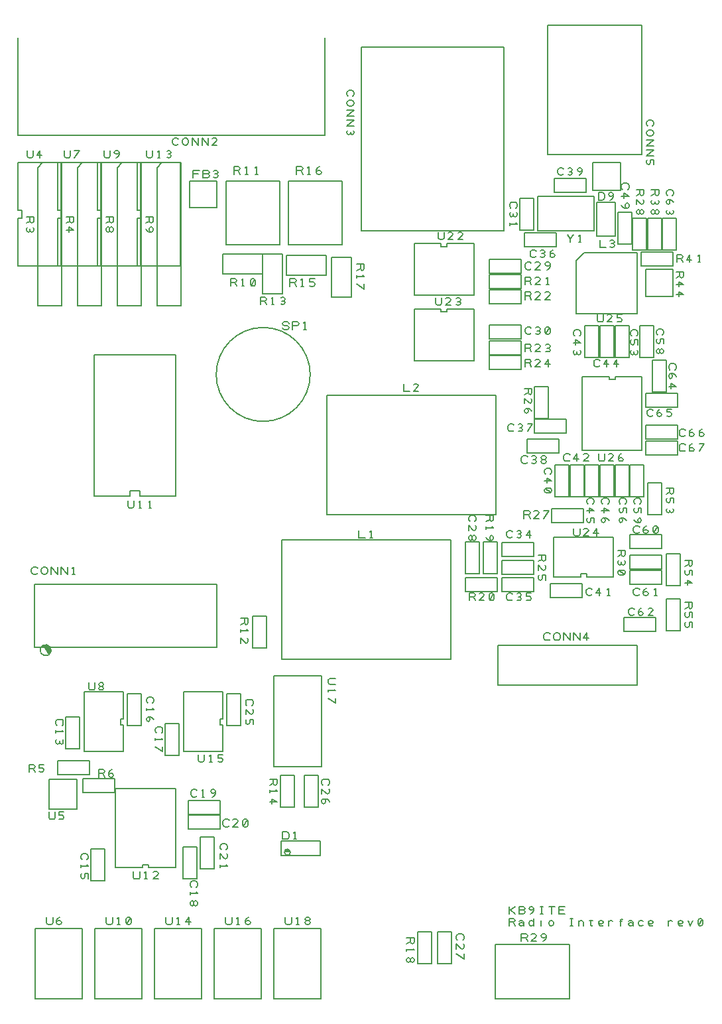
<source format=gbr>
G04 DesignSpark PCB Gerber Version 9.0 Build 5138 *
G04 #@! TF.Part,Single*
G04 #@! TF.FileFunction,Legend,Top *
G04 #@! TF.FilePolarity,Positive *
%FSLAX35Y35*%
%MOIN*%
%ADD10C,0.00500*%
X0Y0D02*
D02*
D10*
X35756Y519019D02*
X57646D01*
Y467129*
X35756*
Y491106*
X37725*
Y495043*
X35756*
Y519019*
X40139Y491824D02*
X43889D01*
Y489637*
X43576Y489011*
X42951Y488699*
X42326Y489011*
X42014Y489637*
Y491824*
Y489637D02*
X40139Y488699D01*
X40451Y486511D02*
X40139Y485887D01*
Y485261*
X40451Y484637*
X41076Y484324*
X41701Y484637*
X42014Y485261*
Y485887*
Y485261D02*
X42326Y484637D01*
X42951Y484324*
X43576Y484637*
X43889Y485261*
Y485887*
X43576Y486511*
X40451Y525261D02*
Y522449D01*
X40764Y521824*
X41389Y521511*
X42639*
X43264Y521824*
X43576Y522449*
Y525261*
X47014Y521511D02*
Y525261D01*
X45451Y522761*
X47951*
X41500Y212761D02*
Y216511D01*
X43687*
X44313Y216199*
X44625Y215574*
X44313Y214949*
X43687Y214637*
X41500*
X43687D02*
X44625Y212761D01*
X46500Y213074D02*
X47125Y212761D01*
X48063*
X48687Y213074*
X49000Y213699*
Y214011*
X48687Y214637*
X48063Y214949*
X46500*
Y216511*
X49000*
X45702Y312740D02*
X45389Y312428D01*
X44764Y312115*
X43827*
X43202Y312428*
X42889Y312740*
X42577Y313365*
Y314615*
X42889Y315240*
X43202Y315553*
X43827Y315865*
X44764*
X45389Y315553*
X45702Y315240*
X47577Y313365D02*
Y314615D01*
X47889Y315240*
X48202Y315553*
X48827Y315865*
X49452*
X50077Y315553*
X50389Y315240*
X50702Y314615*
Y313365*
X50389Y312740*
X50077Y312428*
X49452Y312115*
X48827*
X48202Y312428*
X47889Y312740*
X47577Y313365*
X52577Y312115D02*
Y315865D01*
X55702Y312115*
Y315865*
X57577Y312115D02*
Y315865D01*
X60702Y312115*
Y315865*
X63202Y312115D02*
X64452D01*
X63827D02*
Y315865D01*
X63202Y315240*
X44077Y307178D02*
X135827D01*
Y275428*
X44077*
Y307178*
X44606Y98710D02*
X68228D01*
Y134143*
X44606*
Y98710*
X48327Y276428D02*
G75*
G03X51327Y271678I1500J-2375D01*
G01*
G75*
G03X48327Y276428I-1500J2375*
G01*
G36*
G75*
G03X51327Y271678I1500J-2375*
G01*
G75*
G03X48327Y276428I-1500J2375*
G01*
G37*
X50245Y139913D02*
Y137101D01*
X50558Y136476*
X51183Y136163*
X52433*
X53058Y136476*
X53370Y137101*
Y139913*
X55245Y137101D02*
X55558Y137726D01*
X56183Y138039*
X56808*
X57433Y137726*
X57745Y137101*
X57433Y136476*
X56808Y136163*
X56183*
X55558Y136476*
X55245Y137101*
Y138039*
X55558Y138976*
X56183Y139601*
X56808Y139913*
X51500Y192761D02*
Y189949D01*
X51813Y189324*
X52437Y189011*
X53687*
X54313Y189324*
X54625Y189949*
Y192761*
X56500Y189324D02*
X57125Y189011D01*
X58063*
X58687Y189324*
X59000Y189949*
Y190261*
X58687Y190887*
X58063Y191199*
X56500*
Y192761*
X59000*
X55563Y236199D02*
X55250Y236511D01*
X54937Y237137*
Y238074*
X55250Y238699*
X55563Y239011*
X56187Y239324*
X57437*
X58063Y239011*
X58375Y238699*
X58687Y238074*
Y237137*
X58375Y236511*
X58063Y236199*
X54937Y233699D02*
Y232449D01*
Y233074D02*
X58687D01*
X58063Y233699*
X55250Y229011D02*
X54937Y228387D01*
Y227761*
X55250Y227137*
X55875Y226824*
X56500Y227137*
X56813Y227761*
Y228387*
Y227761D02*
X57125Y227137D01*
X57750Y226824*
X58375Y227137*
X58687Y227761*
Y228387*
X58375Y229011*
X55756Y519019D02*
X77646D01*
Y467129*
X55756*
Y491106*
X57725*
Y495043*
X55756*
Y519019*
X57701Y519074D02*
Y447074D01*
X45701*
Y516574*
X48201Y519074*
X57701*
X60139Y491824D02*
X63889D01*
Y489637*
X63576Y489011*
X62951Y488699*
X62326Y489011*
X62014Y489637*
Y491824*
Y489637D02*
X60139Y488699D01*
Y485261D02*
X63889D01*
X61389Y486824*
Y484324*
X59201Y525261D02*
Y522449D01*
X59514Y521824*
X60139Y521511*
X61389*
X62014Y521824*
X62326Y522449*
Y525261*
X64201Y521511D02*
X66701Y525261D01*
X64201*
X65500Y194074D02*
Y209074D01*
X51500*
Y194074*
X65400*
X68063Y168699D02*
X67750Y169011D01*
X67437Y169637*
Y170574*
X67750Y171199*
X68063Y171511*
X68687Y171824*
X69937*
X70563Y171511*
X70875Y171199*
X71187Y170574*
Y169637*
X70875Y169011*
X70563Y168699*
X67437Y166199D02*
Y164949D01*
Y165574D02*
X71187D01*
X70563Y166199*
X67750Y161824D02*
X67437Y161199D01*
Y160261*
X67750Y159637*
X68375Y159324*
X68687*
X69313Y159637*
X69625Y160261*
Y161824*
X71187*
Y159324*
X67000Y224574D02*
Y240574D01*
X60000*
Y224574*
X67000*
X68500Y202574D02*
X84500D01*
Y209574*
X68500*
Y202574*
X71500Y257761D02*
Y254949D01*
X71813Y254324*
X72437Y254011*
X73687*
X74313Y254324*
X74625Y254949*
Y257761*
X77437Y255887D02*
X78063D01*
X78687Y256199*
X79000Y256824*
X78687Y257449*
X78063Y257761*
X77437*
X76813Y257449*
X76500Y256824*
X76813Y256199*
X77437Y255887*
X76813Y255574*
X76500Y254949*
X76813Y254324*
X77437Y254011*
X78063*
X78687Y254324*
X79000Y254949*
X78687Y255574*
X78063Y255887*
X72000Y218574D02*
X56000D01*
Y211574*
X72000*
Y218574*
X74328Y351522D02*
Y422522D01*
X115328*
Y351522*
X97328*
Y354022*
X92328*
Y351522*
X74328*
X74606Y98710D02*
X98228D01*
Y134143*
X74606*
Y98710*
X75756Y519019D02*
X97646D01*
Y467129*
X75756*
Y491106*
X77725*
Y495043*
X75756*
Y519019*
X76500Y210261D02*
Y214011D01*
X78687*
X79313Y213699*
X79625Y213074*
X79313Y212449*
X78687Y212137*
X76500*
X78687D02*
X79625Y210261D01*
X81500Y211199D02*
X81813Y211824D01*
X82437Y212137*
X83063*
X83687Y211824*
X84000Y211199*
X83687Y210574*
X83063Y210261*
X82437*
X81813Y210574*
X81500Y211199*
Y212137*
X81813Y213074*
X82437Y213699*
X83063Y214011*
X77701Y519074D02*
Y447074D01*
X65701*
Y516574*
X68201Y519074*
X77701*
X80139Y491824D02*
X83889D01*
Y489637*
X83576Y489011*
X82951Y488699*
X82326Y489011*
X82014Y489637*
Y491824*
Y489637D02*
X80139Y488699D01*
X82014Y485887D02*
Y485261D01*
X82326Y484637*
X82951Y484324*
X83576Y484637*
X83889Y485261*
Y485887*
X83576Y486511*
X82951Y486824*
X82326Y486511*
X82014Y485887*
X81701Y486511*
X81076Y486824*
X80451Y486511*
X80139Y485887*
Y485261*
X80451Y484637*
X81076Y484324*
X81701Y484637*
X82014Y485261*
X79201Y525261D02*
Y522449D01*
X79514Y521824*
X80139Y521511*
X81389*
X82014Y521824*
X82326Y522449*
Y525261*
X85139Y521511D02*
X85764Y521824D01*
X86389Y522449*
X86701Y523387*
Y524324*
X86389Y524949*
X85764Y525261*
X85139*
X84514Y524949*
X84201Y524324*
X84514Y523699*
X85139Y523387*
X85764*
X86389Y523699*
X86701Y524324*
X79500Y158074D02*
Y174074D01*
X72500*
Y158074*
X79500*
X80245Y139913D02*
Y137101D01*
X80558Y136476*
X81183Y136163*
X82433*
X83058Y136476*
X83370Y137101*
Y139913*
X85870Y136163D02*
X87120D01*
X86495D02*
Y139913D01*
X85870Y139289*
X90558Y136476D02*
X91183Y136163D01*
X91808*
X92433Y136476*
X92745Y137101*
Y138976*
X92433Y139601*
X91808Y139913*
X91183*
X90558Y139601*
X90245Y138976*
Y137101*
X90558Y136476*
X92433Y139601*
X84744Y164712D02*
Y204436D01*
X115256*
Y164712*
X101476*
Y166188*
X98524*
Y164712*
X84744*
X88941Y223133D02*
X69059D01*
Y253015*
X88941*
Y239550*
X87465*
Y236598*
X88941*
Y223133*
X91078Y349210D02*
Y346398D01*
X91391Y345772*
X92016Y345460*
X93266*
X93891Y345772*
X94204Y346398*
Y349210*
X96704Y345460D02*
X97954D01*
X97328D02*
Y349210D01*
X96704Y348585*
X101704Y345460D02*
X102954D01*
X102328D02*
Y349210D01*
X101704Y348585*
X94000Y162761D02*
Y159949D01*
X94313Y159324*
X94937Y159011*
X96187*
X96813Y159324*
X97125Y159949*
Y162761*
X99625Y159011D02*
X100875D01*
X100250D02*
Y162761D01*
X99625Y162137*
X106500Y159011D02*
X104000D01*
X106187Y161199*
X106500Y161824*
X106187Y162449*
X105563Y162761*
X104625*
X104000Y162449*
X95756Y519019D02*
X117646D01*
Y467129*
X95756*
Y491106*
X97725*
Y495043*
X95756*
Y519019*
X97701Y519074D02*
Y447074D01*
X85701*
Y516574*
X88201Y519074*
X97701*
X98000Y236074D02*
Y252074D01*
X91000*
Y236074*
X98000*
X100139Y491824D02*
X103889D01*
Y489637*
X103576Y489011*
X102951Y488699*
X102326Y489011*
X102014Y489637*
Y491824*
Y489637D02*
X100139Y488699D01*
Y485887D02*
X100451Y485261D01*
X101076Y484637*
X102014Y484324*
X102951*
X103576Y484637*
X103889Y485261*
Y485887*
X103576Y486511*
X102951Y486824*
X102326Y486511*
X102014Y485887*
Y485261*
X102326Y484637*
X102951Y484324*
X101063Y247449D02*
X100750Y247761D01*
X100437Y248387*
Y249324*
X100750Y249949*
X101063Y250261*
X101687Y250574*
X102937*
X103563Y250261*
X103875Y249949*
X104187Y249324*
Y248387*
X103875Y247761*
X103563Y247449*
X100437Y244949D02*
Y243699D01*
Y244324D02*
X104187D01*
X103563Y244949*
X101375Y240574D02*
X102000Y240261D01*
X102313Y239637*
Y239011*
X102000Y238387*
X101375Y238074*
X100750Y238387*
X100437Y239011*
Y239637*
X100750Y240261*
X101375Y240574*
X102313*
X103250Y240261*
X103875Y239637*
X104187Y239011*
X100451Y525261D02*
Y522449D01*
X100764Y521824*
X101389Y521511*
X102639*
X103264Y521824*
X103576Y522449*
Y525261*
X106076Y521511D02*
X107326D01*
X106701D02*
Y525261D01*
X106076Y524637*
X110764Y521824D02*
X111389Y521511D01*
X112014*
X112639Y521824*
X112951Y522449*
X112639Y523074*
X112014Y523387*
X111389*
X112014D02*
X112639Y523699D01*
X112951Y524324*
X112639Y524949*
X112014Y525261*
X111389*
X110764Y524949*
X105563Y232449D02*
X105250Y232761D01*
X104937Y233387*
Y234324*
X105250Y234949*
X105563Y235261*
X106187Y235574*
X107437*
X108063Y235261*
X108375Y234949*
X108687Y234324*
Y233387*
X108375Y232761*
X108063Y232449*
X104937Y229949D02*
Y228699D01*
Y229324D02*
X108687D01*
X108063Y229949*
X104937Y225574D02*
X108687Y223074D01*
Y225574*
X104606Y98710D02*
X128228D01*
Y134143*
X104606*
Y98710*
X110245Y139913D02*
Y137101D01*
X110558Y136476*
X111183Y136163*
X112433*
X113058Y136476*
X113370Y137101*
Y139913*
X115870Y136163D02*
X117120D01*
X116495D02*
Y139913D01*
X115870Y139289*
X121808Y136163D02*
Y139913D01*
X120245Y137413*
X122745*
X116625Y528387D02*
X116313Y528074D01*
X115687Y527761*
X114750*
X114125Y528074*
X113813Y528387*
X113500Y529011*
Y530261*
X113813Y530887*
X114125Y531199*
X114750Y531511*
X115687*
X116313Y531199*
X116625Y530887*
X118500Y529011D02*
Y530261D01*
X118813Y530887*
X119125Y531199*
X119750Y531511*
X120375*
X121000Y531199*
X121313Y530887*
X121625Y530261*
Y529011*
X121313Y528387*
X121000Y528074*
X120375Y527761*
X119750*
X119125Y528074*
X118813Y528387*
X118500Y529011*
X123500Y527761D02*
Y531511D01*
X126625Y527761*
Y531511*
X128500Y527761D02*
Y531511D01*
X131625Y527761*
Y531511*
X136000Y527761D02*
X133500D01*
X135687Y529949*
X136000Y530574*
X135687Y531199*
X135063Y531511*
X134125*
X133500Y531199*
X117000Y221074D02*
Y237074D01*
X110000*
Y221074*
X117000*
X117701Y519074D02*
Y447074D01*
X105701*
Y516574*
X108201Y519074*
X117701*
X119000Y175074D02*
Y159074D01*
X126000*
Y175074*
X119000*
X123063Y154949D02*
X122750Y155261D01*
X122437Y155887*
Y156824*
X122750Y157449*
X123063Y157761*
X123687Y158074*
X124937*
X125563Y157761*
X125875Y157449*
X126187Y156824*
Y155887*
X125875Y155261*
X125563Y154949*
X122437Y152449D02*
Y151199D01*
Y151824D02*
X126187D01*
X125563Y152449*
X124313Y147137D02*
Y146511D01*
X124625Y145887*
X125250Y145574*
X125875Y145887*
X126187Y146511*
Y147137*
X125875Y147761*
X125250Y148074*
X124625Y147761*
X124313Y147137*
X124000Y147761*
X123375Y148074*
X122750Y147761*
X122437Y147137*
Y146511*
X122750Y145887*
X123375Y145574*
X124000Y145887*
X124313Y146511*
X121500Y184074D02*
X137500D01*
Y191074*
X121500*
Y184074*
Y191574D02*
X137500D01*
Y198574*
X121500*
Y191574*
X122209Y509767D02*
X135791D01*
Y496381*
X122209*
Y509767*
X125875Y200887D02*
X125563Y200574D01*
X124937Y200261*
X124000*
X123375Y200574*
X123063Y200887*
X122750Y201511*
Y202761*
X123063Y203387*
X123375Y203699*
X124000Y204011*
X124937*
X125563Y203699*
X125875Y203387*
X128375Y200261D02*
X129625D01*
X129000D02*
Y204011D01*
X128375Y203387*
X133687Y200261D02*
X134313Y200574D01*
X134937Y201199*
X135250Y202137*
Y203074*
X134937Y203699*
X134313Y204011*
X133687*
X133063Y203699*
X132750Y203074*
X133063Y202449*
X133687Y202137*
X134313*
X134937Y202449*
X135250Y203074*
X124000Y511511D02*
Y515261D01*
X127125*
X126500Y513387D02*
X124000D01*
X131187D02*
X131813Y513074D01*
X132125Y512449*
X131813Y511824*
X131187Y511511*
X129000*
Y515261*
X131187*
X131813Y514949*
X132125Y514324*
X131813Y513699*
X131187Y513387*
X129000*
X134313Y511824D02*
X134937Y511511D01*
X135563*
X136187Y511824*
X136500Y512449*
X136187Y513074*
X135563Y513387*
X134937*
X135563D02*
X136187Y513699D01*
X136500Y514324*
X136187Y514949*
X135563Y515261*
X134937*
X134313Y514949*
X126500Y221511D02*
Y218699D01*
X126813Y218074*
X127437Y217761*
X128687*
X129313Y218074*
X129625Y218699*
Y221511*
X132125Y217761D02*
X133375D01*
X132750D02*
Y221511D01*
X132125Y220887*
X136500Y218074D02*
X137125Y217761D01*
X138063*
X138687Y218074*
X139000Y218699*
Y219011*
X138687Y219637*
X138063Y219949*
X136500*
Y221511*
X139000*
X127500Y180074D02*
Y164074D01*
X134500*
Y180074*
X127500*
X134606Y98710D02*
X158228D01*
Y134143*
X134606*
Y98710*
X135561Y412639D02*
G75*
G03X182805I23622D01*
G01*
G75*
G03X135561I-23622*
G01*
X138063Y173699D02*
X137750Y174011D01*
X137437Y174637*
Y175574*
X137750Y176199*
X138063Y176511*
X138687Y176824*
X139937*
X140563Y176511*
X140875Y176199*
X141187Y175574*
Y174637*
X140875Y174011*
X140563Y173699*
X137437Y169324D02*
Y171824D01*
X139625Y169637*
X140250Y169324*
X140875Y169637*
X141187Y170261*
Y171199*
X140875Y171824*
X137437Y166199D02*
Y164949D01*
Y165574D02*
X141187D01*
X140563Y166199*
X138941Y223133D02*
X119059D01*
Y253015*
X138941*
Y239550*
X137465*
Y236598*
X138941*
Y223133*
X142125Y185887D02*
X141813Y185574D01*
X141187Y185261*
X140250*
X139625Y185574*
X139313Y185887*
X139000Y186511*
Y187761*
X139313Y188387*
X139625Y188699*
X140250Y189011*
X141187*
X141813Y188699*
X142125Y188387*
X146500Y185261D02*
X144000D01*
X146187Y187449*
X146500Y188074*
X146187Y188699*
X145563Y189011*
X144625*
X144000Y188699*
X149313Y185574D02*
X149937Y185261D01*
X150563*
X151187Y185574*
X151500Y186199*
Y188074*
X151187Y188699*
X150563Y189011*
X149937*
X149313Y188699*
X149000Y188074*
Y186199*
X149313Y185574*
X151187Y188699*
X140245Y139913D02*
Y137101D01*
X140558Y136476*
X141183Y136163*
X142433*
X143058Y136476*
X143370Y137101*
Y139913*
X145870Y136163D02*
X147120D01*
X146495D02*
Y139913D01*
X145870Y139289*
X150245Y137101D02*
X150558Y137726D01*
X151183Y138039*
X151808*
X152433Y137726*
X152745Y137101*
X152433Y136476*
X151808Y136163*
X151183*
X150558Y136476*
X150245Y137101*
Y138039*
X150558Y138976*
X151183Y139601*
X151808Y139913*
X140500Y477865D02*
X167500D01*
Y509865*
X140500*
Y477865*
X142750Y457011D02*
Y460761D01*
X144937*
X145563Y460449*
X145875Y459824*
X145563Y459199*
X144937Y458887*
X142750*
X144937D02*
X145875Y457011D01*
X148375D02*
X149625D01*
X149000D02*
Y460761D01*
X148375Y460137*
X153063Y457324D02*
X153687Y457011D01*
X154313*
X154937Y457324*
X155250Y457949*
Y459824*
X154937Y460449*
X154313Y460761*
X153687*
X153063Y460449*
X152750Y459824*
Y457949*
X153063Y457324*
X154937Y460449*
X144500Y513303D02*
Y517053D01*
X146687*
X147313Y516741*
X147625Y516115*
X147313Y515491*
X146687Y515178*
X144500*
X146687D02*
X147625Y513303D01*
X150125D02*
X151375D01*
X150750D02*
Y517053D01*
X150125Y516428*
X155125Y513303D02*
X156375D01*
X155750D02*
Y517053D01*
X155125Y516428*
X147852Y290055D02*
X151602D01*
Y287868*
X151289Y287243*
X150664Y286930*
X150039Y287243*
X149727Y287868*
Y290055*
Y287868D02*
X147852Y286930D01*
Y284430D02*
Y283180D01*
Y283805D02*
X151602D01*
X150977Y284430*
X147852Y277555D02*
Y280055D01*
X150039Y277868*
X150664Y277555*
X151289Y277868*
X151602Y278493*
Y279430*
X151289Y280055*
X147936Y236074D02*
Y252074D01*
X140936*
Y236074*
X147936*
X150998Y246199D02*
X150686Y246511D01*
X150373Y247137*
Y248074*
X150686Y248699*
X150998Y249011*
X151623Y249324*
X152873*
X153498Y249011*
X153811Y248699*
X154123Y248074*
Y247137*
X153811Y246511*
X153498Y246199*
X150373Y241824D02*
Y244324D01*
X152561Y242137*
X153186Y241824*
X153811Y242137*
X154123Y242761*
Y243699*
X153811Y244324*
X150686Y239324D02*
X150373Y238699D01*
Y237761*
X150686Y237137*
X151311Y236824*
X151623*
X152248Y237137*
X152561Y237761*
Y239324*
X154123*
Y236824*
X157750Y447761D02*
Y451511D01*
X159937*
X160563Y451199*
X160875Y450574*
X160563Y449949*
X159937Y449637*
X157750*
X159937D02*
X160875Y447761D01*
X163375D02*
X164625D01*
X164000D02*
Y451511D01*
X163375Y450887*
X168063Y448074D02*
X168687Y447761D01*
X169313*
X169937Y448074*
X170250Y448699*
X169937Y449324*
X169313Y449637*
X168687*
X169313D02*
X169937Y449949D01*
X170250Y450574*
X169937Y451199*
X169313Y451511*
X168687*
X168063Y451199*
X159000Y473074D02*
Y463074D01*
X139000*
Y473074*
X159000*
X169000*
Y453074*
X159000*
Y473074*
X160809Y275305D02*
Y291305D01*
X153809*
Y275305*
X160809*
X162437Y209324D02*
X166187D01*
Y207137*
X165875Y206511*
X165250Y206199*
X164625Y206511*
X164313Y207137*
Y209324*
Y207137D02*
X162437Y206199D01*
Y203699D02*
Y202449D01*
Y203074D02*
X166187D01*
X165563Y203699*
X162437Y197761D02*
X166187D01*
X163687Y199324*
Y196824*
X164606Y98710D02*
X188228D01*
Y134143*
X164606*
Y98710*
X168000Y211074D02*
Y195074D01*
X175000*
Y211074*
X168000*
X168181Y170976D02*
X187819D01*
Y178172*
X168181*
Y170976*
X169000Y179011D02*
Y182761D01*
X170875*
X171500Y182449*
X171813Y182137*
X172125Y181511*
Y180261*
X171813Y179637*
X171500Y179324*
X170875Y179011*
X169000*
X174625D02*
X175875D01*
X175250D02*
Y182761D01*
X174625Y182137*
X169000Y436199D02*
X169313Y435574D01*
X169937Y435261*
X171187*
X171813Y435574*
X172125Y436199*
X171813Y436824*
X171187Y437137*
X169937*
X169313Y437449*
X169000Y438074*
X169313Y438699*
X169937Y439011*
X171187*
X171813Y438699*
X172125Y438074*
X174000Y435261D02*
Y439011D01*
X176187*
X176813Y438699*
X177125Y438074*
X176813Y437449*
X176187Y437137*
X174000*
X179625Y435261D02*
X180875D01*
X180250D02*
Y439011D01*
X179625Y438387*
X169837Y172505D02*
G75*
G03X172896I1530D01*
G01*
G75*
G03X169837I-1530*
G01*
G36*
G75*
G03X172896I1530*
G01*
G75*
G03X169837I-1530*
G01*
G37*
X170245Y139913D02*
Y137101D01*
X170558Y136476*
X171183Y136163*
X172433*
X173058Y136476*
X173370Y137101*
Y139913*
X175870Y136163D02*
X177120D01*
X176495D02*
Y139913D01*
X175870Y139289*
X181183Y138039D02*
X181808D01*
X182433Y138351*
X182745Y138976*
X182433Y139601*
X181808Y139913*
X181183*
X180558Y139601*
X180245Y138976*
X180558Y138351*
X181183Y138039*
X180558Y137726*
X180245Y137101*
X180558Y136476*
X181183Y136163*
X181808*
X182433Y136476*
X182745Y137101*
X182433Y137726*
X181808Y138039*
X171925Y477865D02*
X198925D01*
Y509865*
X171925*
Y477865*
X172680Y456920D02*
Y460670D01*
X174868*
X175493Y460357*
X175806Y459732*
X175493Y459107*
X174868Y458795*
X172680*
X174868D02*
X175806Y456920D01*
X178306D02*
X179556D01*
X178930D02*
Y460670D01*
X178306Y460045*
X182680Y457232D02*
X183306Y456920D01*
X184243*
X184868Y457232*
X185180Y457857*
Y458170*
X184868Y458795*
X184243Y459107*
X182680*
Y460670*
X185180*
X175925Y513303D02*
Y517053D01*
X178112*
X178737Y516741*
X179050Y516115*
X178737Y515491*
X178112Y515178*
X175925*
X178112D02*
X179050Y513303D01*
X181550D02*
X182800D01*
X182175D02*
Y517053D01*
X181550Y516428*
X185925Y514241D02*
X186237Y514865D01*
X186862Y515178*
X187487*
X188112Y514865*
X188425Y514241*
X188112Y513615*
X187487Y513303*
X186862*
X186237Y513615*
X185925Y514241*
Y515178*
X186237Y516115*
X186862Y516741*
X187487Y517053*
X180000Y211074D02*
Y195074D01*
X187000*
Y211074*
X180000*
X189313Y206199D02*
X189000Y206511D01*
X188687Y207137*
Y208074*
X189000Y208699*
X189313Y209011*
X189937Y209324*
X191187*
X191813Y209011*
X192125Y208699*
X192437Y208074*
Y207137*
X192125Y206511*
X191813Y206199*
X188687Y201824D02*
Y204324D01*
X190875Y202137*
X191500Y201824*
X192125Y202137*
X192437Y202761*
Y203699*
X192125Y204324*
X189625Y199324D02*
X190250Y199011D01*
X190563Y198387*
Y197761*
X190250Y197137*
X189625Y196824*
X189000Y197137*
X188687Y197761*
Y198387*
X189000Y199011*
X189625Y199324*
X190563*
X191500Y199011*
X192125Y198387*
X192437Y197761*
X188370Y261192D02*
Y215353D01*
X164404*
Y260969*
X164627Y261192*
X188370*
X190272Y581936D02*
Y532724D01*
X35941*
Y581936*
X195556Y259942D02*
X192744D01*
X192119Y259630*
X191806Y259005*
Y257755*
X192119Y257130*
X192744Y256817*
X195556*
X191806Y254317D02*
Y253067D01*
Y253692D02*
X195556D01*
X194931Y254317*
X191806Y249942D02*
X195556Y247442D01*
Y249942*
X190930Y472482D02*
Y462482D01*
X170930*
Y472482*
X190930*
X193546Y471368D02*
X203546D01*
Y451368*
X193546*
Y471368*
X201813Y552449D02*
X201500Y552761D01*
X201187Y553387*
Y554324*
X201500Y554949*
X201813Y555261*
X202437Y555574*
X203687*
X204313Y555261*
X204625Y554949*
X204937Y554324*
Y553387*
X204625Y552761*
X204313Y552449*
X202437Y550574D02*
X203687D01*
X204313Y550261*
X204625Y549949*
X204937Y549324*
Y548699*
X204625Y548074*
X204313Y547761*
X203687Y547449*
X202437*
X201813Y547761*
X201500Y548074*
X201187Y548699*
Y549324*
X201500Y549949*
X201813Y550261*
X202437Y550574*
X201187Y545574D02*
X204937D01*
X201187Y542449*
X204937*
X201187Y540574D02*
X204937D01*
X201187Y537449*
X204937*
X201500Y535261D02*
X201187Y534637D01*
Y534011*
X201500Y533387*
X202125Y533074*
X202750Y533387*
X203063Y534011*
Y534637*
Y534011D02*
X203375Y533387D01*
X204000Y533074*
X204625Y533387*
X204937Y534011*
Y534637*
X204625Y535261*
X206187Y468074D02*
X209937D01*
Y465887*
X209625Y465261*
X209000Y464949*
X208375Y465261*
X208063Y465887*
Y468074*
Y465887D02*
X206187Y464949D01*
Y462449D02*
Y461199D01*
Y461824D02*
X209937D01*
X209313Y462449*
X206187Y458074D02*
X209937Y455574D01*
Y458074*
X207304Y334245D02*
Y330495D01*
X210429*
X212929D02*
X214179D01*
X213554D02*
Y334245D01*
X212929Y333620*
X229797Y407972D02*
Y404222D01*
X232922*
X237297D02*
X234797D01*
X236984Y406410*
X237297Y407035*
X236984Y407660*
X236359Y407972*
X235422*
X234797Y407660*
X231342Y129605D02*
X235092D01*
Y127418*
X234780Y126793*
X234154Y126480*
X233530Y126793*
X233217Y127418*
Y129605*
Y127418D02*
X231342Y126480D01*
Y123980D02*
Y122730D01*
Y123355D02*
X235092D01*
X234467Y123980*
X233217Y118668D02*
Y118043D01*
X233530Y117418*
X234154Y117105*
X234780Y117418*
X235092Y118043*
Y118668*
X234780Y119293*
X234154Y119605*
X233530Y119293*
X233217Y118668*
X232904Y119293*
X232280Y119605*
X231654Y119293*
X231342Y118668*
Y118043*
X231654Y117418*
X232280Y117105*
X232904Y117418*
X233217Y118043*
X243904Y116605D02*
Y132605D01*
X236904*
Y116605*
X243904*
X245880Y451185D02*
Y448373D01*
X246193Y447748*
X246817Y447435*
X248067*
X248693Y447748*
X249005Y448373*
Y451185*
X253380Y447435D02*
X250880D01*
X253067Y449623*
X253380Y450248*
X253067Y450873*
X252443Y451185*
X251505*
X250880Y450873*
X256193Y447748D02*
X256817Y447435D01*
X257443*
X258067Y447748*
X258380Y448373*
X258067Y448998*
X257443Y449310*
X256817*
X257443D02*
X258067Y449623D01*
X258380Y450248*
X258067Y450873*
X257443Y451185*
X256817*
X256193Y450873*
X246904Y132605D02*
Y116605D01*
X253904*
Y132605*
X246904*
X247130Y484133D02*
Y481321D01*
X247443Y480696*
X248067Y480383*
X249317*
X249943Y480696*
X250255Y481321*
Y484133*
X254630Y480383D02*
X252130D01*
X254317Y482571*
X254630Y483196*
X254317Y483821*
X253693Y484133*
X252755*
X252130Y483821*
X259630Y480383D02*
X257130D01*
X259317Y482571*
X259630Y483196*
X259317Y483821*
X258693Y484133*
X257755*
X257130Y483821*
X253554Y269558D02*
Y329558D01*
X168554*
Y269558*
X253554*
X256967Y128353D02*
X256654Y128665D01*
X256342Y129291*
Y130228*
X256654Y130853*
X256967Y131165*
X257592Y131478*
X258842*
X259467Y131165*
X259780Y130853*
X260092Y130228*
Y129291*
X259780Y128665*
X259467Y128353*
X256342Y123978D02*
Y126478D01*
X258530Y124291*
X259154Y123978*
X259780Y124291*
X260092Y124915*
Y125853*
X259780Y126478*
X256342Y121478D02*
X260092Y118978D01*
Y121478*
X261002Y328574D02*
Y312574D01*
X268002*
Y328574*
X261002*
X263064Y338699D02*
X262752Y339011D01*
X262439Y339637*
Y340574*
X262752Y341199*
X263064Y341511*
X263689Y341824*
X264939*
X265564Y341511*
X265877Y341199*
X266189Y340574*
Y339637*
X265877Y339011*
X265564Y338699*
X262439Y334324D02*
Y336824D01*
X264627Y334637*
X265252Y334324*
X265877Y334637*
X266189Y335261*
Y336199*
X265877Y336824*
X264314Y330887D02*
Y330261D01*
X264627Y329637*
X265252Y329324*
X265877Y329637*
X266189Y330261*
Y330887*
X265877Y331511*
X265252Y331824*
X264627Y331511*
X264314Y330887*
X264002Y331511*
X263377Y331824*
X262752Y331511*
X262439Y330887*
Y330261*
X262752Y329637*
X263377Y329324*
X264002Y329637*
X264314Y330261*
X262752Y299011D02*
Y302761D01*
X264939*
X265564Y302449*
X265877Y301824*
X265564Y301199*
X264939Y300887*
X262752*
X264939D02*
X265877Y299011D01*
X270252D02*
X267752D01*
X269939Y301199*
X270252Y301824*
X269939Y302449*
X269314Y302761*
X268377*
X267752Y302449*
X273064Y299324D02*
X273689Y299011D01*
X274314*
X274939Y299324*
X275252Y299949*
Y301824*
X274939Y302449*
X274314Y302761*
X273689*
X273064Y302449*
X272752Y301824*
Y299949*
X273064Y299324*
X274939Y302449*
X265164Y445513D02*
Y419470D01*
X235085*
Y445513*
X248648*
Y444037*
X251601*
Y445513*
X265164*
Y478461D02*
Y452418D01*
X235085*
Y478461*
X248648*
Y476985*
X251601*
Y478461*
X265164*
X270002Y328574D02*
Y312574D01*
X277002*
Y328574*
X270002*
X271189Y341824D02*
X274939D01*
Y339637*
X274627Y339011*
X274002Y338699*
X273377Y339011*
X273064Y339637*
Y341824*
Y339637D02*
X271189Y338699D01*
Y336199D02*
Y334949D01*
Y335574D02*
X274939D01*
X274314Y336199*
X271189Y330887D02*
X271502Y330261D01*
X272127Y329637*
X273064Y329324*
X274002*
X274627Y329637*
X274939Y330261*
Y330887*
X274627Y331511*
X274002Y331824*
X273377Y331511*
X273064Y330887*
Y330261*
X273377Y329637*
X274002Y329324*
X275907Y98675D02*
X313309D01*
Y126234*
X275907*
Y98675*
X276047Y342035D02*
Y402035D01*
X191047*
Y342035*
X276047*
X277002Y310574D02*
X261002D01*
Y303574*
X277002*
Y310574*
X280222Y484757D02*
Y577277D01*
X208371*
Y484757*
X280222*
X284627Y299637D02*
X284314Y299324D01*
X283689Y299011*
X282752*
X282127Y299324*
X281814Y299637*
X281502Y300261*
Y301511*
X281814Y302137*
X282127Y302449*
X282752Y302761*
X283689*
X284314Y302449*
X284627Y302137*
X286814Y299324D02*
X287439Y299011D01*
X288064*
X288689Y299324*
X289002Y299949*
X288689Y300574*
X288064Y300887*
X287439*
X288064D02*
X288689Y301199D01*
X289002Y301824*
X288689Y302449*
X288064Y302761*
X287439*
X286814Y302449*
X291502Y299324D02*
X292127Y299011D01*
X293064*
X293689Y299324*
X294002Y299949*
Y300261*
X293689Y300887*
X293064Y301199*
X291502*
Y302761*
X294002*
X284627Y331137D02*
X284314Y330824D01*
X283689Y330511*
X282752*
X282127Y330824*
X281814Y331137*
X281502Y331761*
Y333011*
X281814Y333637*
X282127Y333949*
X282752Y334261*
X283689*
X284314Y333949*
X284627Y333637*
X286814Y330824D02*
X287439Y330511D01*
X288064*
X288689Y330824*
X289002Y331449*
X288689Y332074*
X288064Y332387*
X287439*
X288064D02*
X288689Y332699D01*
X289002Y333324*
X288689Y333949*
X288064Y334261*
X287439*
X286814Y333949*
X293064Y330511D02*
Y334261D01*
X291502Y331761*
X294002*
X285255Y384637D02*
X284943Y384324D01*
X284317Y384011*
X283380*
X282755Y384324*
X282443Y384637*
X282130Y385261*
Y386511*
X282443Y387137*
X282755Y387449*
X283380Y387761*
X284317*
X284943Y387449*
X285255Y387137*
X287443Y384324D02*
X288067Y384011D01*
X288693*
X289317Y384324*
X289630Y384949*
X289317Y385574*
X288693Y385887*
X288067*
X288693D02*
X289317Y386199D01*
X289630Y386824*
X289317Y387449*
X288693Y387761*
X288067*
X287443Y387449*
X292130Y384011D02*
X294630Y387761D01*
X292130*
X283693Y496199D02*
X283380Y496511D01*
X283067Y497137*
Y498074*
X283380Y498699*
X283693Y499011*
X284317Y499324*
X285567*
X286193Y499011*
X286505Y498699*
X286817Y498074*
Y497137*
X286505Y496511*
X286193Y496199*
X283380Y494011D02*
X283067Y493387D01*
Y492761*
X283380Y492137*
X284005Y491824*
X284630Y492137*
X284943Y492761*
Y493387*
Y492761D02*
X285255Y492137D01*
X285880Y491824*
X286505Y492137*
X286817Y492761*
Y493387*
X286505Y494011*
X283067Y488699D02*
Y487449D01*
Y488074D02*
X286817D01*
X286193Y488699*
X282750Y141511D02*
Y145261D01*
Y143387D02*
X283687D01*
X285875Y145261*
X283687Y143387D02*
X285875Y141511D01*
X289937Y143387D02*
X290563Y143074D01*
X290875Y142449*
X290563Y141824*
X289937Y141511*
X287750*
Y145261*
X289937*
X290563Y144949*
X290875Y144324*
X290563Y143699*
X289937Y143387*
X287750*
X293687Y141511D02*
X294313Y141824D01*
X294937Y142449*
X295250Y143387*
Y144324*
X294937Y144949*
X294313Y145261*
X293687*
X293063Y144949*
X292750Y144324*
X293063Y143699*
X293687Y143387*
X294313*
X294937Y143699*
X295250Y144324*
X298687Y141511D02*
X299937D01*
X299313D02*
Y145261D01*
X298687D02*
X299937D01*
X304313Y141511D02*
Y145261D01*
X302750D02*
X305875D01*
X307750Y141511D02*
Y145261D01*
X310875*
X310250Y143387D02*
X307750D01*
Y141511D02*
X310875D01*
X282750Y135511D02*
Y139261D01*
X284937*
X285563Y138949*
X285875Y138324*
X285563Y137699*
X284937Y137387*
X282750*
X284937D02*
X285875Y135511D01*
X287750Y137699D02*
X288375Y138011D01*
X289313*
X289937Y137699*
X290250Y137074*
Y136137*
X289937Y135824*
X289313Y135511*
X288687*
X288063Y135824*
X287750Y136137*
Y136449*
X288063Y136761*
X288687Y137074*
X289313*
X289937Y136761*
X290250Y136449*
Y136137D02*
Y135511D01*
X295250Y137074D02*
X294937Y137699D01*
X294313Y138011*
X293687*
X293063Y137699*
X292750Y137074*
Y136449*
X293063Y135824*
X293687Y135511*
X294313*
X294937Y135824*
X295250Y136449*
Y135511D02*
Y139261D01*
X299000Y135511D02*
Y138011D01*
Y138949D02*
X302750Y136449*
X303063Y135824D01*
X303687Y135511*
X304313*
X304937Y135824*
X305250Y136449*
Y137074*
X304937Y137699*
X304313Y138011*
X303687*
X303063Y137699*
X302750Y137074*
Y136449*
X313687Y135511D02*
X314937D01*
X314313D02*
Y139261D01*
X313687D02*
X314937D01*
X317750Y135511D02*
Y138011D01*
Y137074D02*
X318063Y137699D01*
X318687Y138011*
X319313*
X319937Y137699*
X320250Y137074*
Y135511*
X323271Y138011D02*
X324729D01*
X324000Y138637D02*
Y135824D01*
X324313Y135511*
X324625*
X324937Y135824*
X330250D02*
X329937Y135511D01*
X329313*
X328687*
X328063Y135824*
X327750Y136449*
Y137387*
X328063Y137699*
X328687Y138011*
X329313*
X329937Y137699*
X330250Y137387*
Y137074*
X329937Y136761*
X329313Y136449*
X328687*
X328063Y136761*
X327750Y137074*
X332750Y135511D02*
Y138011D01*
Y137074D02*
X333063Y137699D01*
X333687Y138011*
X334313*
X334937Y137699*
X339000Y135511D02*
Y138637D01*
X339313Y138949*
X339625*
X339937Y138637*
X338375Y137699D02*
X339625D01*
X342750D02*
X343375Y138011D01*
X344313*
X344937Y137699*
X345250Y137074*
Y136137*
X344937Y135824*
X344313Y135511*
X343687*
X343063Y135824*
X342750Y136137*
Y136449*
X343063Y136761*
X343687Y137074*
X344313*
X344937Y136761*
X345250Y136449*
Y136137D02*
Y135511D01*
X350250Y137699D02*
X349625Y138011D01*
X348687*
X348063Y137699*
X347750Y137074*
Y136449*
X348063Y135824*
X348687Y135511*
X349625*
X350250Y135824*
X355250D02*
X354937Y135511D01*
X354313*
X353687*
X353063Y135824*
X352750Y136449*
Y137387*
X353063Y137699*
X353687Y138011*
X354313*
X354937Y137699*
X355250Y137387*
Y137074*
X354937Y136761*
X354313Y136449*
X353687*
X353063Y136761*
X352750Y137074*
X362750Y135511D02*
Y138011D01*
Y137074D02*
X363063Y137699D01*
X363687Y138011*
X364313*
X364937Y137699*
X370250Y135824D02*
X369937Y135511D01*
X369313*
X368687*
X368063Y135824*
X367750Y136449*
Y137387*
X368063Y137699*
X368687Y138011*
X369313*
X369937Y137699*
X370250Y137387*
Y137074*
X369937Y136761*
X369313Y136449*
X368687*
X368063Y136761*
X367750Y137074*
X372750Y138011D02*
X374000Y135511D01*
X375250Y138011*
X378063Y135824D02*
X378687Y135511D01*
X379313*
X379937Y135824*
X380250Y136449*
Y138324*
X379937Y138949*
X379313Y139261*
X378687*
X378063Y138949*
X377750Y138324*
Y136449*
X378063Y135824*
X379937Y138949*
X288761Y455198D02*
X272761D01*
Y448198*
X288761*
Y455198*
Y462810D02*
X272761D01*
Y455810*
X288761*
Y462810*
X288780Y422263D02*
X272780D01*
Y415263*
X288780*
Y422263*
Y429627D02*
X272780D01*
Y422627*
X288780*
Y429627*
X288880Y437574D02*
X272880D01*
Y430574*
X288880*
Y437574*
Y470574D02*
X272880D01*
Y463574*
X288880*
Y470574*
X289000Y127761D02*
Y131511D01*
X291187*
X291813Y131199*
X292125Y130574*
X291813Y129949*
X291187Y129637*
X289000*
X291187D02*
X292125Y127761D01*
X296500D02*
X294000D01*
X296187Y129949*
X296500Y130574*
X296187Y131199*
X295563Y131511*
X294625*
X294000Y131199*
X299937Y127761D02*
X300563Y128074D01*
X301187Y128699*
X301500Y129637*
Y130574*
X301187Y131199*
X300563Y131511*
X299937*
X299313Y131199*
X299000Y130574*
X299313Y129949*
X299937Y129637*
X300563*
X301187Y129949*
X301500Y130574*
X292125Y368591D02*
X291813Y368279D01*
X291187Y367966*
X290250*
X289625Y368279*
X289313Y368591*
X289000Y369216*
Y370466*
X289313Y371091*
X289625Y371404*
X290250Y371716*
X291187*
X291813Y371404*
X292125Y371091*
X294313Y368279D02*
X294937Y367966D01*
X295563*
X296187Y368279*
X296500Y368904*
X296187Y369529*
X295563Y369841*
X294937*
X295563D02*
X296187Y370154D01*
X296500Y370779*
X296187Y371404*
X295563Y371716*
X294937*
X294313Y371404*
X299937Y369841D02*
X300563D01*
X301187Y370154*
X301500Y370779*
X301187Y371404*
X300563Y371716*
X299937*
X299313Y371404*
X299000Y370779*
X299313Y370154*
X299937Y369841*
X299313Y369529*
X299000Y368904*
X299313Y368279*
X299937Y367966*
X300563*
X301187Y368279*
X301500Y368904*
X301187Y369529*
X300563Y369841*
X290567Y405574D02*
X294317D01*
Y403387*
X294005Y402761*
X293380Y402449*
X292755Y402761*
X292443Y403387*
Y405574*
Y403387D02*
X290567Y402449D01*
Y398074D02*
Y400574D01*
X292755Y398387*
X293380Y398074*
X294005Y398387*
X294317Y399011*
Y399949*
X294005Y400574*
X291505Y395574D02*
X292130Y395261D01*
X292443Y394637*
Y394011*
X292130Y393387*
X291505Y393074*
X290880Y393387*
X290567Y394011*
Y394637*
X290880Y395261*
X291505Y395574*
X292443*
X293380Y395261*
X294005Y394637*
X294317Y394011*
X290250Y340261D02*
Y344011D01*
X292437*
X293063Y343699*
X293375Y343074*
X293063Y342449*
X292437Y342137*
X290250*
X292437D02*
X293375Y340261D01*
X297750D02*
X295250D01*
X297437Y342449*
X297750Y343074*
X297437Y343699*
X296813Y344011*
X295875*
X295250Y343699*
X300250Y340261D02*
X302750Y344011D01*
X300250*
X290676Y476670D02*
X306676D01*
Y483670*
X290676*
Y476670*
X290880Y416511D02*
Y420261D01*
X293067*
X293693Y419949*
X294005Y419324*
X293693Y418699*
X293067Y418387*
X290880*
X293067D02*
X294005Y416511D01*
X298380D02*
X295880D01*
X298067Y418699*
X298380Y419324*
X298067Y419949*
X297443Y420261*
X296505*
X295880Y419949*
X302443Y416511D02*
Y420261D01*
X300880Y417761*
X303380*
X290880Y424011D02*
Y427761D01*
X293067*
X293693Y427449*
X294005Y426824*
X293693Y426199*
X293067Y425887*
X290880*
X293067D02*
X294005Y424011D01*
X298380D02*
X295880D01*
X298067Y426199*
X298380Y426824*
X298067Y427449*
X297443Y427761*
X296505*
X295880Y427449*
X301193Y424324D02*
X301817Y424011D01*
X302443*
X303067Y424324*
X303380Y424949*
X303067Y425574*
X302443Y425887*
X301817*
X302443D02*
X303067Y426199D01*
X303380Y426824*
X303067Y427449*
X302443Y427761*
X301817*
X301193Y427449*
X294005Y433387D02*
X293693Y433074D01*
X293067Y432761*
X292130*
X291505Y433074*
X291193Y433387*
X290880Y434011*
Y435261*
X291193Y435887*
X291505Y436199*
X292130Y436511*
X293067*
X293693Y436199*
X294005Y435887*
X296193Y433074D02*
X296817Y432761D01*
X297443*
X298067Y433074*
X298380Y433699*
X298067Y434324*
X297443Y434637*
X296817*
X297443D02*
X298067Y434949D01*
X298380Y435574*
X298067Y436199*
X297443Y436511*
X296817*
X296193Y436199*
X301193Y433074D02*
X301817Y432761D01*
X302443*
X303067Y433074*
X303380Y433699*
Y435574*
X303067Y436199*
X302443Y436511*
X301817*
X301193Y436199*
X300880Y435574*
Y433699*
X301193Y433074*
X303067Y436199*
X290880Y450261D02*
Y454011D01*
X293067*
X293693Y453699*
X294005Y453074*
X293693Y452449*
X293067Y452137*
X290880*
X293067D02*
X294005Y450261D01*
X298380D02*
X295880D01*
X298067Y452449*
X298380Y453074*
X298067Y453699*
X297443Y454011*
X296505*
X295880Y453699*
X303380Y450261D02*
X300880D01*
X303067Y452449*
X303380Y453074*
X303067Y453699*
X302443Y454011*
X301505*
X300880Y453699*
X290880Y457761D02*
Y461511D01*
X293067*
X293693Y461199*
X294005Y460574*
X293693Y459949*
X293067Y459637*
X290880*
X293067D02*
X294005Y457761D01*
X298380D02*
X295880D01*
X298067Y459949*
X298380Y460574*
X298067Y461199*
X297443Y461511*
X296505*
X295880Y461199*
X301505Y457761D02*
X302755D01*
X302130D02*
Y461511D01*
X301505Y460887*
X294005Y465887D02*
X293693Y465574D01*
X293067Y465261*
X292130*
X291505Y465574*
X291193Y465887*
X290880Y466511*
Y467761*
X291193Y468387*
X291505Y468699*
X292130Y469011*
X293067*
X293693Y468699*
X294005Y468387*
X298380Y465261D02*
X295880D01*
X298067Y467449*
X298380Y468074*
X298067Y468699*
X297443Y469011*
X296505*
X295880Y468699*
X301817Y465261D02*
X302443Y465574D01*
X303067Y466199*
X303380Y467137*
Y468074*
X303067Y468699*
X302443Y469011*
X301817*
X301193Y468699*
X300880Y468074*
X301193Y467449*
X301817Y467137*
X302443*
X303067Y467449*
X303380Y468074*
X291880Y373074D02*
X307880D01*
Y380074*
X291880*
Y373074*
X296505Y472137D02*
X296193Y471824D01*
X295567Y471511*
X294630*
X294005Y471824*
X293693Y472137*
X293380Y472761*
Y474011*
X293693Y474637*
X294005Y474949*
X294630Y475261*
X295567*
X296193Y474949*
X296505Y474637*
X298693Y471824D02*
X299317Y471511D01*
X299943*
X300567Y471824*
X300880Y472449*
X300567Y473074*
X299943Y473387*
X299317*
X299943D02*
X300567Y473699D01*
X300880Y474324*
X300567Y474949*
X299943Y475261*
X299317*
X298693Y474949*
X303380Y472449D02*
X303693Y473074D01*
X304317Y473387*
X304943*
X305567Y473074*
X305880Y472449*
X305567Y471824*
X304943Y471511*
X304317*
X303693Y471824*
X303380Y472449*
Y473387*
X303693Y474324*
X304317Y474949*
X304943Y475261*
X295252Y310574D02*
X279252D01*
Y303574*
X295252*
Y310574*
Y319324D02*
X279252D01*
Y312324*
X295252*
Y319324*
Y328074D02*
X279252D01*
Y321074*
X295252*
Y328074*
X295312Y485274D02*
Y501274D01*
X288312*
Y485274*
X295312*
X295380Y383324D02*
X311380D01*
Y390324*
X295380*
Y383324*
X297439Y321824D02*
X301189D01*
Y319637*
X300877Y319011*
X300252Y318699*
X299627Y319011*
X299314Y319637*
Y321824*
Y319637D02*
X297439Y318699D01*
Y314324D02*
Y316824D01*
X299627Y314637*
X300252Y314324*
X300877Y314637*
X301189Y315261*
Y316199*
X300877Y316824*
X297752Y311824D02*
X297439Y311199D01*
Y310261*
X297752Y309637*
X298377Y309324*
X298689*
X299314Y309637*
X299627Y310261*
Y311824*
X301189*
Y309324*
X297233Y502060D02*
X325579D01*
Y484737*
X297233*
Y502060*
X301193Y362449D02*
X300880Y362761D01*
X300567Y363387*
Y364324*
X300880Y364949*
X301193Y365261*
X301817Y365574*
X303067*
X303693Y365261*
X304005Y364949*
X304317Y364324*
Y363387*
X304005Y362761*
X303693Y362449*
X300567Y359011D02*
X304317D01*
X301817Y360574*
Y358074*
X300880Y355261D02*
X300567Y354637D01*
Y354011*
X300880Y353387*
X301505Y353074*
X303380*
X304005Y353387*
X304317Y354011*
Y354637*
X304005Y355261*
X303380Y355574*
X301505*
X300880Y355261*
X304005Y353387*
X303375Y279637D02*
X303063Y279324D01*
X302437Y279011*
X301500*
X300875Y279324*
X300563Y279637*
X300250Y280261*
Y281511*
X300563Y282137*
X300875Y282449*
X301500Y282761*
X302437*
X303063Y282449*
X303375Y282137*
X305250Y280261D02*
Y281511D01*
X305563Y282137*
X305875Y282449*
X306500Y282761*
X307125*
X307750Y282449*
X308063Y282137*
X308375Y281511*
Y280261*
X308063Y279637*
X307750Y279324*
X307125Y279011*
X306500*
X305875Y279324*
X305563Y279637*
X305250Y280261*
X310250Y279011D02*
Y282761D01*
X313375Y279011*
Y282761*
X315250Y279011D02*
Y282761D01*
X318375Y279011*
Y282761*
X321813Y279011D02*
Y282761D01*
X320250Y280261*
X322750*
X302380Y390574D02*
Y406574D01*
X295380*
Y390574*
X302380*
X303502Y300574D02*
X319502D01*
Y307574*
X303502*
Y300574*
X305311Y310883D02*
Y330765D01*
X335193*
Y310883*
X321728*
Y312359*
X318775*
Y310883*
X305311*
X305380Y504126D02*
X321380D01*
Y511126*
X305380*
Y504126*
X310255Y513387D02*
X309943Y513074D01*
X309317Y512761*
X308380*
X307755Y513074*
X307443Y513387*
X307130Y514011*
Y515261*
X307443Y515887*
X307755Y516199*
X308380Y516511*
X309317*
X309943Y516199*
X310255Y515887*
X312443Y513074D02*
X313067Y512761D01*
X313693*
X314317Y513074*
X314630Y513699*
X314317Y514324*
X313693Y514637*
X313067*
X313693D02*
X314317Y514949D01*
X314630Y515574*
X314317Y516199*
X313693Y516511*
X313067*
X312443Y516199*
X318067Y512761D02*
X318693Y513074D01*
X319317Y513699*
X319630Y514637*
Y515574*
X319317Y516199*
X318693Y516511*
X318067*
X317443Y516199*
X317130Y515574*
X317443Y514949*
X318067Y514637*
X318693*
X319317Y514949*
X319630Y515574*
X313375Y369637D02*
X313063Y369324D01*
X312437Y369011*
X311500*
X310875Y369324*
X310563Y369637*
X310250Y370261*
Y371511*
X310563Y372137*
X310875Y372449*
X311500Y372761*
X312437*
X313063Y372449*
X313375Y372137*
X316813Y369011D02*
Y372761D01*
X315250Y370261*
X317750*
X322750Y369011D02*
X320250D01*
X322437Y371199*
X322750Y371824*
X322437Y372449*
X321813Y372761*
X320875*
X320250Y372449*
X313693Y479011D02*
Y480887D01*
X312130Y482761*
X313693Y480887D02*
X315255Y482761D01*
X317755Y479011D02*
X319005D01*
X318380D02*
Y482761D01*
X317755Y482137*
X312880Y351324D02*
Y367324D01*
X305880*
Y351324*
X312880*
X315697Y432007D02*
X315384Y432320D01*
X315072Y432945*
Y433882*
X315384Y434507*
X315697Y434820*
X316322Y435132*
X317572*
X318197Y434820*
X318509Y434507*
X318822Y433882*
Y432945*
X318509Y432320*
X318197Y432007*
X315072Y428570D02*
X318822D01*
X316322Y430132*
Y427632*
X315384Y424820D02*
X315072Y424195D01*
Y423570*
X315384Y422945*
X316009Y422632*
X316634Y422945*
X316947Y423570*
Y424195*
Y423570D02*
X317259Y422945D01*
X317884Y422632*
X318509Y422945*
X318822Y423570*
Y424195*
X318509Y424820*
X315250Y335261D02*
Y332449D01*
X315563Y331824*
X316187Y331511*
X317437*
X318063Y331824*
X318375Y332449*
Y335261*
X322750Y331511D02*
X320250D01*
X322437Y333699*
X322750Y334324*
X322437Y334949*
X321813Y335261*
X320875*
X320250Y334949*
X326813Y331511D02*
Y335261D01*
X325250Y332761*
X327750*
X320130Y345324D02*
X304130D01*
Y338324*
X320130*
Y345324*
X320380Y351324D02*
Y367324D01*
X313380*
Y351324*
X320380*
X322443Y347449D02*
X322130Y347761D01*
X321817Y348387*
Y349324*
X322130Y349949*
X322443Y350261*
X323067Y350574*
X324317*
X324943Y350261*
X325255Y349949*
X325567Y349324*
Y348387*
X325255Y347761*
X324943Y347449*
X321817Y344011D02*
X325567D01*
X323067Y345574*
Y343074*
X322130Y340574D02*
X321817Y339949D01*
Y339011*
X322130Y338387*
X322755Y338074*
X323067*
X323693Y338387*
X324005Y339011*
Y340574*
X325567*
Y338074*
X324627Y302137D02*
X324314Y301824D01*
X323689Y301511*
X322752*
X322127Y301824*
X321814Y302137*
X321502Y302761*
Y304011*
X321814Y304637*
X322127Y304949*
X322752Y305261*
X323689*
X324314Y304949*
X324627Y304637*
X328064Y301511D02*
Y305261D01*
X326502Y302761*
X329002*
X332127Y301511D02*
X333377D01*
X332752D02*
Y305261D01*
X332127Y304637*
X328506Y417137D02*
X328193Y416824D01*
X327568Y416511*
X326631*
X326006Y416824*
X325693Y417137*
X325381Y417761*
Y419011*
X325693Y419637*
X326006Y419949*
X326631Y420261*
X327568*
X328193Y419949*
X328506Y419637*
X331943Y416511D02*
Y420261D01*
X330381Y417761*
X332881*
X336943Y416511D02*
Y420261D01*
X335381Y417761*
X337881*
X327130Y442761D02*
Y439949D01*
X327443Y439324*
X328067Y439011*
X329317*
X329943Y439324*
X330255Y439949*
Y442761*
X334630Y439011D02*
X332130D01*
X334317Y441199*
X334630Y441824*
X334317Y442449*
X333693Y442761*
X332755*
X332130Y442449*
X337130Y439324D02*
X337755Y439011D01*
X338693*
X339317Y439324*
X339630Y439949*
Y440261*
X339317Y440887*
X338693Y441199*
X337130*
Y442761*
X339630*
X327750Y372761D02*
Y369949D01*
X328063Y369324*
X328687Y369011*
X329937*
X330563Y369324*
X330875Y369949*
Y372761*
X335250Y369011D02*
X332750D01*
X334937Y371199*
X335250Y371824*
X334937Y372449*
X334313Y372761*
X333375*
X332750Y372449*
X337750Y369949D02*
X338063Y370574D01*
X338687Y370887*
X339313*
X339937Y370574*
X340250Y369949*
X339937Y369324*
X339313Y369011*
X338687*
X338063Y369324*
X337750Y369949*
Y370887*
X338063Y371824*
X338687Y372449*
X339313Y372761*
X327750Y500261D02*
Y504011D01*
X329625*
X330250Y503699*
X330563Y503387*
X330875Y502761*
Y501511*
X330563Y500887*
X330250Y500574*
X329625Y500261*
X327750*
X333687D02*
X334313Y500574D01*
X334937Y501199*
X335250Y502137*
Y503074*
X334937Y503699*
X334313Y504011*
X333687*
X333063Y503699*
X332750Y503074*
X333063Y502449*
X333687Y502137*
X334313*
X334937Y502449*
X335250Y503074*
X327880Y351324D02*
Y367324D01*
X320880*
Y351324*
X327880*
Y421324D02*
Y437324D01*
X320880*
Y421324*
X327880*
X329943Y347449D02*
X329630Y347761D01*
X329317Y348387*
Y349324*
X329630Y349949*
X329943Y350261*
X330567Y350574*
X331817*
X332443Y350261*
X332755Y349949*
X333067Y349324*
Y348387*
X332755Y347761*
X332443Y347449*
X329317Y344011D02*
X333067D01*
X330567Y345574*
Y343074*
X330255Y340574D02*
X330880Y340261D01*
X331193Y339637*
Y339011*
X330880Y338387*
X330255Y338074*
X329630Y338387*
X329317Y339011*
Y339637*
X329630Y340261*
X330255Y340574*
X331193*
X332130Y340261*
X332755Y339637*
X333067Y339011*
X328380Y480261D02*
Y476511D01*
X331505*
X333693Y476824D02*
X334317Y476511D01*
X334943*
X335567Y476824*
X335880Y477449*
X335567Y478074*
X334943Y478387*
X334317*
X334943D02*
X335567Y478699D01*
X335880Y479324*
X335567Y479949*
X334943Y480261*
X334317*
X333693Y479949*
X335380Y351324D02*
Y367324D01*
X328380*
Y351324*
X335380*
X335630Y421324D02*
Y437324D01*
X328630*
Y421324*
X335630*
X336235Y499039D02*
Y482109D01*
X326786*
Y499039*
X336235*
X337439Y324324D02*
X341189D01*
Y322137*
X340877Y321511*
X340252Y321199*
X339627Y321511*
X339314Y322137*
Y324324*
Y322137D02*
X337439Y321199D01*
X337752Y319011D02*
X337439Y318387D01*
Y317761*
X337752Y317137*
X338377Y316824*
X339002Y317137*
X339314Y317761*
Y318387*
Y317761D02*
X339627Y317137D01*
X340252Y316824*
X340877Y317137*
X341189Y317761*
Y318387*
X340877Y319011*
X337752Y314011D02*
X337439Y313387D01*
Y312761*
X337752Y312137*
X338377Y311824*
X340252*
X340877Y312137*
X341189Y312761*
Y313387*
X340877Y314011*
X340252Y314324*
X338377*
X337752Y314011*
X340877Y312137*
X338693Y347449D02*
X338380Y347761D01*
X338067Y348387*
Y349324*
X338380Y349949*
X338693Y350261*
X339317Y350574*
X340567*
X341193Y350261*
X341505Y349949*
X341817Y349324*
Y348387*
X341505Y347761*
X341193Y347449*
X338380Y345574D02*
X338067Y344949D01*
Y344011*
X338380Y343387*
X339005Y343074*
X339317*
X339943Y343387*
X340255Y344011*
Y345574*
X341817*
Y343074*
X339005Y340574D02*
X339630Y340261D01*
X339943Y339637*
Y339011*
X339630Y338387*
X339005Y338074*
X338380Y338387*
X338067Y339011*
Y339637*
X338380Y340261*
X339005Y340574*
X339943*
X340880Y340261*
X341505Y339637*
X341817Y339011*
X337380Y494237D02*
Y478237D01*
X344380*
Y494237*
X337380*
X339943Y505612D02*
X339630Y505925D01*
X339317Y506550*
Y507487*
X339630Y508112*
X339943Y508425*
X340567Y508737*
X341817*
X342443Y508425*
X342755Y508112*
X343067Y507487*
Y506550*
X342755Y505925*
X342443Y505612*
X339317Y502175D02*
X343067D01*
X340567Y503737*
Y501237*
X339317Y497800D02*
X339630Y497175D01*
X340255Y496550*
X341193Y496237*
X342130*
X342755Y496550*
X343067Y497175*
Y497800*
X342755Y498425*
X342130Y498737*
X341505Y498425*
X341193Y497800*
Y497175*
X341505Y496550*
X342130Y496237*
X338746Y519074D02*
X324746D01*
Y505074*
X338746*
Y519074*
X340498Y283554D02*
X356498D01*
Y290554*
X340498*
Y283554*
X345875Y292137D02*
X345563Y291824D01*
X344937Y291511*
X344000*
X343375Y291824*
X343063Y292137*
X342750Y292761*
Y294011*
X343063Y294637*
X343375Y294949*
X344000Y295261*
X344937*
X345563Y294949*
X345875Y294637*
X347750Y292449D02*
X348063Y293074D01*
X348687Y293387*
X349313*
X349937Y293074*
X350250Y292449*
X349937Y291824*
X349313Y291511*
X348687*
X348063Y291824*
X347750Y292449*
Y293387*
X348063Y294324*
X348687Y294949*
X349313Y295261*
X355250Y291511D02*
X352750D01*
X354937Y293699*
X355250Y294324*
X354937Y294949*
X354313Y295261*
X353375*
X352750Y294949*
X344436Y432007D02*
X344124Y432320D01*
X343811Y432945*
Y433882*
X344124Y434507*
X344436Y434820*
X345061Y435132*
X346311*
X346936Y434820*
X347249Y434507*
X347561Y433882*
Y432945*
X347249Y432320*
X346936Y432007*
X344124Y430132D02*
X343811Y429507D01*
Y428570*
X344124Y427945*
X344749Y427632*
X345061*
X345686Y427945*
X345999Y428570*
Y430132*
X347561*
Y427632*
X344124Y424820D02*
X343811Y424195D01*
Y423570*
X344124Y422945*
X344749Y422632*
X345374Y422945*
X345686Y423570*
Y424195*
Y423570D02*
X345999Y422945D01*
X346624Y422632*
X347249Y422945*
X347561Y423570*
Y424195*
X347249Y424820*
X343130Y351324D02*
Y367324D01*
X336130*
Y351324*
X343130*
Y421324D02*
Y437324D01*
X336130*
Y421324*
X343130*
X343502Y307324D02*
X359502D01*
Y314324*
X343502*
Y307324*
Y325074D02*
X359502D01*
Y332074*
X343502*
Y325074*
X346193Y347449D02*
X345880Y347761D01*
X345567Y348387*
Y349324*
X345880Y349949*
X346193Y350261*
X346817Y350574*
X348067*
X348693Y350261*
X349005Y349949*
X349317Y349324*
Y348387*
X349005Y347761*
X348693Y347449*
X345880Y345574D02*
X345567Y344949D01*
Y344011*
X345880Y343387*
X346505Y343074*
X346817*
X347443Y343387*
X347755Y344011*
Y345574*
X349317*
Y343074*
X345567Y339637D02*
X345880Y339011D01*
X346505Y338387*
X347443Y338074*
X348380*
X349005Y338387*
X349317Y339011*
Y339637*
X349005Y340261*
X348380Y340574*
X347755Y340261*
X347443Y339637*
Y339011*
X347755Y338387*
X348380Y338074*
X348377Y302137D02*
X348064Y301824D01*
X347439Y301511*
X346502*
X345877Y301824*
X345564Y302137*
X345252Y302761*
Y304011*
X345564Y304637*
X345877Y304949*
X346502Y305261*
X347439*
X348064Y304949*
X348377Y304637*
X350252Y302449D02*
X350564Y303074D01*
X351189Y303387*
X351814*
X352439Y303074*
X352752Y302449*
X352439Y301824*
X351814Y301511*
X351189*
X350564Y301824*
X350252Y302449*
Y303387*
X350564Y304324*
X351189Y304949*
X351814Y305261*
X355877Y301511D02*
X357127D01*
X356502D02*
Y305261D01*
X355877Y304637*
X348377Y333387D02*
X348064Y333074D01*
X347439Y332761*
X346502*
X345877Y333074*
X345564Y333387*
X345252Y334011*
Y335261*
X345564Y335887*
X345877Y336199*
X346502Y336511*
X347439*
X348064Y336199*
X348377Y335887*
X350252Y333699D02*
X350564Y334324D01*
X351189Y334637*
X351814*
X352439Y334324*
X352752Y333699*
X352439Y333074*
X351814Y332761*
X351189*
X350564Y333074*
X350252Y333699*
Y334637*
X350564Y335574*
X351189Y336199*
X351814Y336511*
X355564Y333074D02*
X356189Y332761D01*
X356814*
X357439Y333074*
X357752Y333699*
Y335574*
X357439Y336199*
X356814Y336511*
X356189*
X355564Y336199*
X355252Y335574*
Y333699*
X355564Y333074*
X357439Y336199*
X346817Y505574D02*
X350567D01*
Y503387*
X350255Y502761*
X349630Y502449*
X349005Y502761*
X348693Y503387*
Y505574*
Y503387D02*
X346817Y502449D01*
Y498074D02*
Y500574D01*
X349005Y498387*
X349630Y498074*
X350255Y498387*
X350567Y499011*
Y499949*
X350255Y500574*
X348693Y494637D02*
Y494011D01*
X349005Y493387*
X349630Y493074*
X350255Y493387*
X350567Y494011*
Y494637*
X350255Y495261*
X349630Y495574*
X349005Y495261*
X348693Y494637*
X348380Y495261*
X347755Y495574*
X347130Y495261*
X346817Y494637*
Y494011*
X347130Y493387*
X347755Y493074*
X348380Y493387*
X348693Y494011*
X347136Y473830D02*
Y443318D01*
X316624*
Y469893*
X320561Y473830*
X347136*
X347269Y256562D02*
X277269D01*
Y276562*
X347269*
Y256562*
X349206Y467074D02*
X365206D01*
Y474074*
X349206*
Y467074*
X349551Y523324D02*
X302051D01*
Y588324*
X349551*
Y523324*
X349669Y411578D02*
Y374570D01*
X319591*
Y411578*
X333154*
Y410102*
X336106*
Y411578*
X349669*
X350630Y351324D02*
Y367324D01*
X343630*
Y351324*
X350630*
X352443Y537449D02*
X352130Y537761D01*
X351817Y538387*
Y539324*
X352130Y539949*
X352443Y540261*
X353067Y540574*
X354317*
X354943Y540261*
X355255Y539949*
X355567Y539324*
Y538387*
X355255Y537761*
X354943Y537449*
X353067Y535574D02*
X354317D01*
X354943Y535261*
X355255Y534949*
X355567Y534324*
Y533699*
X355255Y533074*
X354943Y532761*
X354317Y532449*
X353067*
X352443Y532761*
X352130Y533074*
X351817Y533699*
Y534324*
X352130Y534949*
X352443Y535261*
X353067Y535574*
X351817Y530574D02*
X355567D01*
X351817Y527449*
X355567*
X351817Y525574D02*
X355567D01*
X351817Y522449*
X355567*
X352130Y520574D02*
X351817Y519949D01*
Y519011*
X352130Y518387*
X352755Y518074*
X353067*
X353693Y518387*
X354005Y519011*
Y520574*
X355567*
Y518074*
X351687Y451783D02*
Y465365D01*
X365073*
Y451783*
X351687*
X351880Y475074D02*
Y491074D01*
X344880*
Y475074*
X351880*
X355255Y392137D02*
X354943Y391824D01*
X354317Y391511*
X353380*
X352755Y391824*
X352443Y392137*
X352130Y392761*
Y394011*
X352443Y394637*
X352755Y394949*
X353380Y395261*
X354317*
X354943Y394949*
X355255Y394637*
X357130Y392449D02*
X357443Y393074D01*
X358067Y393387*
X358693*
X359317Y393074*
X359630Y392449*
X359317Y391824*
X358693Y391511*
X358067*
X357443Y391824*
X357130Y392449*
Y393387*
X357443Y394324*
X358067Y394949*
X358693Y395261*
X362130Y391824D02*
X362755Y391511D01*
X363693*
X364317Y391824*
X364630Y392449*
Y392761*
X364317Y393387*
X363693Y393699*
X362130*
Y395261*
X364630*
X352380Y358074D02*
Y342074D01*
X359380*
Y358074*
X352380*
Y491074D02*
Y475074D01*
X359380*
Y491074*
X352380*
X354317Y505574D02*
X358067D01*
Y503387*
X357755Y502761*
X357130Y502449*
X356505Y502761*
X356193Y503387*
Y505574*
Y503387D02*
X354317Y502449D01*
X354630Y500261D02*
X354317Y499637D01*
Y499011*
X354630Y498387*
X355255Y498074*
X355880Y498387*
X356193Y499011*
Y499637*
Y499011D02*
X356505Y498387D01*
X357130Y498074*
X357755Y498387*
X358067Y499011*
Y499637*
X357755Y500261*
X356193Y494637D02*
Y494011D01*
X356505Y493387*
X357130Y493074*
X357755Y493387*
X358067Y494011*
Y494637*
X357755Y495261*
X357130Y495574*
X356505Y495261*
X356193Y494637*
X355880Y495261*
X355255Y495574*
X354630Y495261*
X354317Y494637*
Y494011*
X354630Y493387*
X355255Y493074*
X355880Y493387*
X356193Y494011*
X354880Y419824D02*
Y403824D01*
X361880*
Y419824*
X354880*
X355380Y421074D02*
Y437074D01*
X348380*
Y421074*
X355380*
X357443Y432449D02*
X357130Y432761D01*
X356817Y433387*
Y434324*
X357130Y434949*
X357443Y435261*
X358067Y435574*
X359317*
X359943Y435261*
X360255Y434949*
X360567Y434324*
Y433387*
X360255Y432761*
X359943Y432449*
X357130Y430574D02*
X356817Y429949D01*
Y429011*
X357130Y428387*
X357755Y428074*
X358067*
X358693Y428387*
X359005Y429011*
Y430574*
X360567*
Y428074*
X358693Y424637D02*
Y424011D01*
X359005Y423387*
X359630Y423074*
X360255Y423387*
X360567Y424011*
Y424637*
X360255Y425261*
X359630Y425574*
X359005Y425261*
X358693Y424637*
X358380Y425261*
X357755Y425574*
X357130Y425261*
X356817Y424637*
Y424011*
X357130Y423387*
X357755Y423074*
X358380Y423387*
X358693Y424011*
X359502Y321824D02*
X343502D01*
Y314824*
X359502*
Y321824*
X359880Y491074D02*
Y475074D01*
X366880*
Y491074*
X359880*
X361817Y355574D02*
X365567D01*
Y353387*
X365255Y352761*
X364630Y352449*
X364005Y352761*
X363693Y353387*
Y355574*
Y353387D02*
X361817Y352449D01*
X362130Y350574D02*
X361817Y349949D01*
Y349011*
X362130Y348387*
X362755Y348074*
X363067*
X363693Y348387*
X364005Y349011*
Y350574*
X365567*
Y348074*
X362130Y345261D02*
X361817Y344637D01*
Y344011*
X362130Y343387*
X362755Y343074*
X363380Y343387*
X363693Y344011*
Y344637*
Y344011D02*
X364005Y343387D01*
X364630Y343074*
X365255Y343387*
X365567Y344011*
Y344637*
X365255Y345261*
X362443Y502449D02*
X362130Y502761D01*
X361817Y503387*
Y504324*
X362130Y504949*
X362443Y505261*
X363067Y505574*
X364317*
X364943Y505261*
X365255Y504949*
X365567Y504324*
Y503387*
X365255Y502761*
X364943Y502449*
X362755Y500574D02*
X363380Y500261D01*
X363693Y499637*
Y499011*
X363380Y498387*
X362755Y498074*
X362130Y498387*
X361817Y499011*
Y499637*
X362130Y500261*
X362755Y500574*
X363693*
X364630Y500261*
X365255Y499637*
X365567Y499011*
X362130Y495261D02*
X361817Y494637D01*
Y494011*
X362130Y493387*
X362755Y493074*
X363380Y493387*
X363693Y494011*
Y494637*
Y494011D02*
X364005Y493387D01*
X364630Y493074*
X365255Y493387*
X365567Y494011*
Y494637*
X365255Y495261*
X361752Y299824D02*
Y283824D01*
X368752*
Y299824*
X361752*
Y322574D02*
Y306574D01*
X368752*
Y322574*
X361752*
X363693Y414949D02*
X363380Y415261D01*
X363067Y415887*
Y416824*
X363380Y417449*
X363693Y417761*
X364317Y418074*
X365567*
X366193Y417761*
X366505Y417449*
X366817Y416824*
Y415887*
X366505Y415261*
X366193Y414949*
X364005Y413074D02*
X364630Y412761D01*
X364943Y412137*
Y411511*
X364630Y410887*
X364005Y410574*
X363380Y410887*
X363067Y411511*
Y412137*
X363380Y412761*
X364005Y413074*
X364943*
X365880Y412761*
X366505Y412137*
X366817Y411511*
X363067Y406511D02*
X366817D01*
X364317Y408074*
Y405574*
X366817Y464324D02*
X370567D01*
Y462137*
X370255Y461511*
X369630Y461199*
X369005Y461511*
X368693Y462137*
Y464324*
Y462137D02*
X366817Y461199D01*
Y457761D02*
X370567D01*
X368067Y459324*
Y456824*
X366817Y452761D02*
X370567D01*
X368067Y454324*
Y451824*
X367130Y469011D02*
Y472761D01*
X369317*
X369943Y472449*
X370255Y471824*
X369943Y471199*
X369317Y470887*
X367130*
X369317D02*
X370255Y469011D01*
X373693D02*
Y472761D01*
X372130Y470261*
X374630*
X377755Y469011D02*
X379005D01*
X378380D02*
Y472761D01*
X377755Y472137*
X367630Y379074D02*
X351630D01*
Y372074*
X367630*
Y379074*
Y387074D02*
X351630D01*
Y380074*
X367630*
Y387074*
Y403074D02*
X351630D01*
Y396074*
X367630*
Y403074*
X371505Y374637D02*
X371193Y374324D01*
X370567Y374011*
X369630*
X369005Y374324*
X368693Y374637*
X368380Y375261*
Y376511*
X368693Y377137*
X369005Y377449*
X369630Y377761*
X370567*
X371193Y377449*
X371505Y377137*
X373380Y374949D02*
X373693Y375574D01*
X374317Y375887*
X374943*
X375567Y375574*
X375880Y374949*
X375567Y374324*
X374943Y374011*
X374317*
X373693Y374324*
X373380Y374949*
Y375887*
X373693Y376824*
X374317Y377449*
X374943Y377761*
X378380Y374011D02*
X380880Y377761D01*
X378380*
X371505Y382137D02*
X371193Y381824D01*
X370567Y381511*
X369630*
X369005Y381824*
X368693Y382137*
X368380Y382761*
Y384011*
X368693Y384637*
X369005Y384949*
X369630Y385261*
X370567*
X371193Y384949*
X371505Y384637*
X373380Y382449D02*
X373693Y383074D01*
X374317Y383387*
X374943*
X375567Y383074*
X375880Y382449*
X375567Y381824*
X374943Y381511*
X374317*
X373693Y381824*
X373380Y382449*
Y383387*
X373693Y384324*
X374317Y384949*
X374943Y385261*
X378380Y382449D02*
X378693Y383074D01*
X379317Y383387*
X379943*
X380567Y383074*
X380880Y382449*
X380567Y381824*
X379943Y381511*
X379317*
X378693Y381824*
X378380Y382449*
Y383387*
X378693Y384324*
X379317Y384949*
X379943Y385261*
X371189Y298074D02*
X374939D01*
Y295887*
X374627Y295261*
X374002Y294949*
X373377Y295261*
X373064Y295887*
Y298074*
Y295887D02*
X371189Y294949D01*
X371502Y293074D02*
X371189Y292449D01*
Y291511*
X371502Y290887*
X372127Y290574*
X372439*
X373064Y290887*
X373377Y291511*
Y293074*
X374939*
Y290574*
X371502Y288074D02*
X371189Y287449D01*
Y286511*
X371502Y285887*
X372127Y285574*
X372439*
X373064Y285887*
X373377Y286511*
Y288074*
X374939*
Y285574*
X371189Y319324D02*
X374939D01*
Y317137*
X374627Y316511*
X374002Y316199*
X373377Y316511*
X373064Y317137*
Y319324*
Y317137D02*
X371189Y316199D01*
X371502Y314324D02*
X371189Y313699D01*
Y312761*
X371502Y312137*
X372127Y311824*
X372439*
X373064Y312137*
X373377Y312761*
Y314324*
X374939*
Y311824*
X371189Y307761D02*
X374939D01*
X372439Y309324*
Y306824*
X0Y0D02*
M02*

</source>
